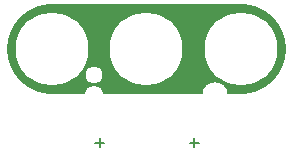
<source format=gto>
%TF.GenerationSoftware,KiCad,Pcbnew,4.0.7-e2-6376~58~ubuntu16.04.1*%
%TF.CreationDate,2017-10-07T15:28:33-07:00*%
%TF.ProjectId,2x3-Vibe-Motor-TH,3278332D566962652D4D6F746F722D54,v1.2*%
%TF.FileFunction,Legend,Top*%
%FSLAX46Y46*%
G04 Gerber Fmt 4.6, Leading zero omitted, Abs format (unit mm)*
G04 Created by KiCad (PCBNEW 4.0.7-e2-6376~58~ubuntu16.04.1) date Sat Oct  7 15:28:33 2017*
%MOMM*%
%LPD*%
G01*
G04 APERTURE LIST*
%ADD10C,0.350000*%
%ADD11C,7.600000*%
%ADD12C,0.150000*%
%ADD13C,1.452400*%
%ADD14C,1.552400*%
%ADD15C,2.152400*%
%ADD16C,6.152400*%
G04 APERTURE END LIST*
D10*
D11*
X9908000Y-37847000D02*
X25908000Y-37847000D01*
D12*
X21979429Y-46227952D02*
X21979429Y-45466047D01*
X22360381Y-45846999D02*
X21598476Y-45846999D01*
X13979429Y-46227952D02*
X13979429Y-45466047D01*
X14360381Y-45846999D02*
X13598476Y-45846999D01*
%LPC*%
D13*
X13483000Y-43422000D03*
D14*
X13483000Y-41772000D03*
D13*
X13483000Y-40122000D03*
D15*
X23683000Y-41772000D03*
D16*
X25908000Y-45847000D03*
X9908000Y-45847000D03*
X9908000Y-37847000D03*
X17908000Y-37847000D03*
X25908000Y-37847000D03*
X17908000Y-45847000D03*
M02*

</source>
